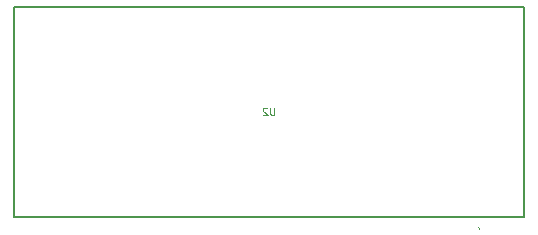
<source format=gbr>
%TF.GenerationSoftware,KiCad,Pcbnew,(6.0.2)*%
%TF.CreationDate,2023-05-04T12:33:09+02:00*%
%TF.ProjectId,ArduBatt,41726475-4261-4747-942e-6b696361645f,rev?*%
%TF.SameCoordinates,Original*%
%TF.FileFunction,Legend,Bot*%
%TF.FilePolarity,Positive*%
%FSLAX46Y46*%
G04 Gerber Fmt 4.6, Leading zero omitted, Abs format (unit mm)*
G04 Created by KiCad (PCBNEW (6.0.2)) date 2023-05-04 12:33:09*
%MOMM*%
%LPD*%
G01*
G04 APERTURE LIST*
%ADD10C,0.120000*%
%ADD11C,0.200000*%
%ADD12C,0.100000*%
G04 APERTURE END LIST*
D10*
%TO.C,U2*%
X131187142Y-77661428D02*
X131187142Y-78147142D01*
X131158571Y-78204285D01*
X131130000Y-78232857D01*
X131072857Y-78261428D01*
X130958571Y-78261428D01*
X130901428Y-78232857D01*
X130872857Y-78204285D01*
X130844285Y-78147142D01*
X130844285Y-77661428D01*
X130587142Y-77718571D02*
X130558571Y-77690000D01*
X130501428Y-77661428D01*
X130358571Y-77661428D01*
X130301428Y-77690000D01*
X130272857Y-77718571D01*
X130244285Y-77775714D01*
X130244285Y-77832857D01*
X130272857Y-77918571D01*
X130615714Y-78261428D01*
X130244285Y-78261428D01*
D11*
X152310000Y-69105000D02*
X109150000Y-69105000D01*
D12*
X148500000Y-87905000D02*
X148500000Y-87905000D01*
D11*
X152310000Y-86875000D02*
X152310000Y-69105000D01*
X109150000Y-69105000D02*
X109150000Y-86875000D01*
X109150000Y-86875000D02*
X152310000Y-86875000D01*
D12*
X148500000Y-87805000D02*
X148500000Y-87805000D01*
X148500000Y-87805000D02*
G75*
G03*
X148500000Y-87905000I0J-50000D01*
G01*
X148500000Y-87905000D02*
G75*
G03*
X148500000Y-87805000I0J50000D01*
G01*
%TD*%
M02*

</source>
